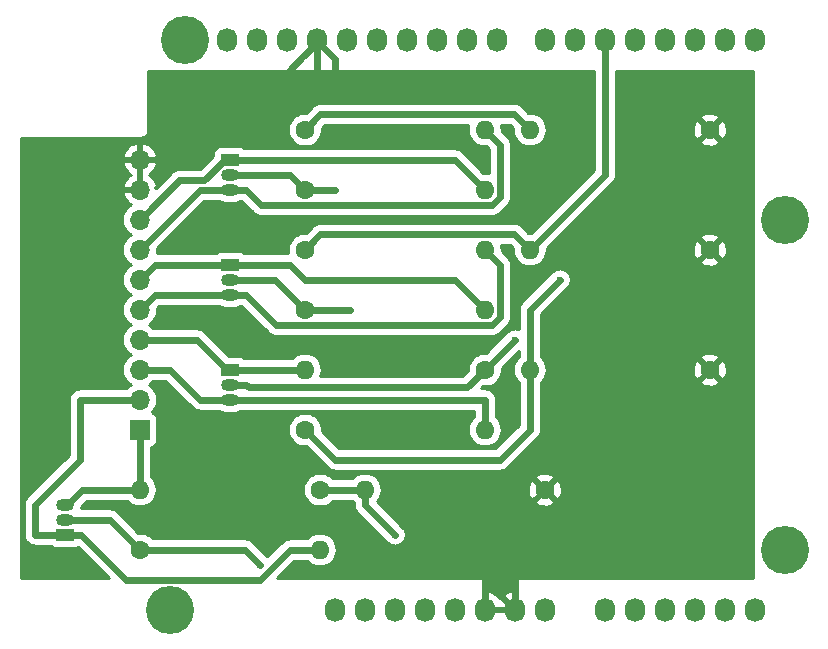
<source format=gbr>
G04 #@! TF.GenerationSoftware,KiCad,Pcbnew,(5.1.2)-1*
G04 #@! TF.CreationDate,2019-05-26T20:18:29+06:00*
G04 #@! TF.ProjectId,HeadcrabShield,48656164-6372-4616-9253-6869656c642e,rev?*
G04 #@! TF.SameCoordinates,Original*
G04 #@! TF.FileFunction,Copper,L1,Top*
G04 #@! TF.FilePolarity,Positive*
%FSLAX46Y46*%
G04 Gerber Fmt 4.6, Leading zero omitted, Abs format (unit mm)*
G04 Created by KiCad (PCBNEW (5.1.2)-1) date 2019-05-26 20:18:29*
%MOMM*%
%LPD*%
G04 APERTURE LIST*
%ADD10O,1.700000X1.700000*%
%ADD11R,1.700000X1.700000*%
%ADD12O,1.600000X1.600000*%
%ADD13C,1.600000*%
%ADD14R,1.500000X1.050000*%
%ADD15O,1.500000X1.050000*%
%ADD16O,1.727200X2.032000*%
%ADD17C,4.064000*%
%ADD18C,0.600000*%
%ADD19C,0.600000*%
%ADD20C,0.254000*%
G04 APERTURE END LIST*
D10*
X122428000Y-85725000D03*
X122428000Y-88265000D03*
X122428000Y-90805000D03*
X122428000Y-93345000D03*
X122428000Y-95885000D03*
X122428000Y-98425000D03*
X122428000Y-100965000D03*
X122428000Y-103505000D03*
X122428000Y-106045000D03*
D11*
X122428000Y-108585000D03*
D12*
X155448000Y-83185000D03*
D13*
X170688000Y-83185000D03*
D12*
X155448000Y-93345000D03*
D13*
X170688000Y-93345000D03*
D12*
X151638000Y-83185000D03*
D13*
X136398000Y-83185000D03*
D12*
X151638000Y-93345000D03*
D13*
X136398000Y-93345000D03*
D12*
X151638000Y-88265000D03*
D13*
X136398000Y-88265000D03*
D12*
X151638000Y-98425000D03*
D13*
X136398000Y-98425000D03*
D12*
X155448000Y-103505000D03*
D13*
X170688000Y-103505000D03*
D12*
X151638000Y-108585000D03*
D13*
X136398000Y-108585000D03*
D12*
X136398000Y-103505000D03*
D13*
X151638000Y-103505000D03*
D12*
X141478000Y-113665000D03*
D13*
X156718000Y-113665000D03*
D12*
X122428000Y-113665000D03*
D13*
X137668000Y-113665000D03*
D12*
X137668000Y-118745000D03*
D13*
X122428000Y-118745000D03*
D14*
X130048000Y-85725000D03*
D15*
X130048000Y-88265000D03*
X130048000Y-86995000D03*
D14*
X130048000Y-94615000D03*
D15*
X130048000Y-97155000D03*
X130048000Y-95885000D03*
D14*
X130048000Y-103505000D03*
D15*
X130048000Y-106045000D03*
X130048000Y-104775000D03*
D14*
X116078000Y-117475000D03*
D15*
X116078000Y-114935000D03*
X116078000Y-116205000D03*
D16*
X138938000Y-123825000D03*
X141478000Y-123825000D03*
X144018000Y-123825000D03*
X146558000Y-123825000D03*
X149098000Y-123825000D03*
X151638000Y-123825000D03*
X154178000Y-123825000D03*
X156718000Y-123825000D03*
X161798000Y-123825000D03*
X164338000Y-123825000D03*
X166878000Y-123825000D03*
X169418000Y-123825000D03*
X171958000Y-123825000D03*
X174498000Y-123825000D03*
X129794000Y-75565000D03*
X132334000Y-75565000D03*
X134874000Y-75565000D03*
X137414000Y-75565000D03*
X139954000Y-75565000D03*
X142494000Y-75565000D03*
X145034000Y-75565000D03*
X147574000Y-75565000D03*
X150114000Y-75565000D03*
X152654000Y-75565000D03*
X156718000Y-75565000D03*
X159258000Y-75565000D03*
X161798000Y-75565000D03*
X164338000Y-75565000D03*
X166878000Y-75565000D03*
X169418000Y-75565000D03*
X171958000Y-75565000D03*
X174498000Y-75565000D03*
D17*
X124968000Y-123825000D03*
X177038000Y-118745000D03*
X126238000Y-75565000D03*
X177038000Y-90805000D03*
D18*
X138938000Y-88265000D03*
X157988000Y-95885000D03*
X140208000Y-98425000D03*
X132618001Y-120045001D03*
X154178000Y-100965000D03*
X144018000Y-117475000D03*
D19*
X137414000Y-75717400D02*
X137414000Y-75565000D01*
X137414000Y-75565000D02*
X137414000Y-77181000D01*
X137414000Y-78359000D02*
X137414000Y-77181000D01*
X136398000Y-79375000D02*
X137414000Y-78359000D01*
X137414000Y-75717400D02*
X138938000Y-77241400D01*
X138938000Y-77241400D02*
X138938000Y-78105000D01*
X138938000Y-78105000D02*
X138938000Y-79375000D01*
X137414000Y-75565000D02*
X137414000Y-75819000D01*
X137414000Y-75819000D02*
X136151990Y-77081010D01*
X136151990Y-77081010D02*
X135128000Y-78105000D01*
X135128000Y-78105000D02*
X135128000Y-79375000D01*
X135128000Y-79375000D02*
X136398000Y-79375000D01*
X151638000Y-123825000D02*
X151638000Y-121285000D01*
X151638000Y-121285000D02*
X154178000Y-123825000D01*
X154178000Y-123825000D02*
X154178000Y-121285000D01*
X135128000Y-86995000D02*
X130048000Y-86995000D01*
X136398000Y-88265000D02*
X135128000Y-86995000D01*
X136398000Y-88265000D02*
X138938000Y-88265000D01*
X138938000Y-88265000D02*
X138938000Y-88265000D01*
X155448000Y-103505000D02*
X155448000Y-108585000D01*
X155448000Y-108585000D02*
X152908000Y-111125000D01*
X138938000Y-111125000D02*
X136398000Y-108585000D01*
X152908000Y-111125000D02*
X138938000Y-111125000D01*
X155448000Y-103505000D02*
X155448000Y-98425000D01*
X155448000Y-98425000D02*
X157988000Y-95885000D01*
X133858000Y-95885000D02*
X136398000Y-98425000D01*
X130048000Y-95885000D02*
X133858000Y-95885000D01*
X136398000Y-98425000D02*
X140208000Y-98425000D01*
X119888000Y-116205000D02*
X122428000Y-118745000D01*
X116078000Y-116205000D02*
X119888000Y-116205000D01*
X122428000Y-118745000D02*
X131318000Y-118745000D01*
X131318000Y-118745000D02*
X132588000Y-120015000D01*
X131398000Y-104775000D02*
X130048000Y-104775000D01*
X131642990Y-105019990D02*
X131398000Y-104775000D01*
X150123010Y-105019990D02*
X131642990Y-105019990D01*
X151638000Y-103505000D02*
X150123010Y-105019990D01*
X151638000Y-103505000D02*
X154178000Y-100965000D01*
X137197999Y-92545001D02*
X136398000Y-93345000D01*
X137698001Y-92044999D02*
X137197999Y-92545001D01*
X154147999Y-92044999D02*
X137698001Y-92044999D01*
X155448000Y-93345000D02*
X154147999Y-92044999D01*
X161798000Y-86995000D02*
X161798000Y-75565000D01*
X155448000Y-93345000D02*
X161798000Y-86995000D01*
X137668000Y-113665000D02*
X141478000Y-113665000D01*
X141478000Y-113665000D02*
X141478000Y-114935000D01*
X141478000Y-114935000D02*
X144018000Y-117475000D01*
X117428000Y-117475000D02*
X116078000Y-117475000D01*
X121245999Y-121292999D02*
X117428000Y-117475000D01*
X132580001Y-121292999D02*
X121245999Y-121292999D01*
X135128000Y-118745000D02*
X132580001Y-121292999D01*
X137668000Y-118745000D02*
X135128000Y-118745000D01*
X117348000Y-106045000D02*
X122428000Y-106045000D01*
X117348000Y-111125000D02*
X117348000Y-106045000D01*
X113538000Y-114935000D02*
X117348000Y-111125000D01*
X116078000Y-117475000D02*
X113538000Y-117475000D01*
X113538000Y-117475000D02*
X113538000Y-114935000D01*
X116303000Y-114935000D02*
X117573000Y-113665000D01*
X116078000Y-114935000D02*
X116303000Y-114935000D01*
X117573000Y-113665000D02*
X122428000Y-113665000D01*
X122428000Y-113665000D02*
X122428000Y-108585000D01*
X123698000Y-94615000D02*
X122428000Y-95885000D01*
X130048000Y-94615000D02*
X123698000Y-94615000D01*
X149098000Y-95885000D02*
X151638000Y-98425000D01*
X136398000Y-95885000D02*
X149098000Y-95885000D01*
X130048000Y-94615000D02*
X135128000Y-94615000D01*
X135128000Y-94615000D02*
X136398000Y-95885000D01*
X123698000Y-97155000D02*
X122428000Y-98425000D01*
X130048000Y-97155000D02*
X123698000Y-97155000D01*
X131398000Y-97155000D02*
X130048000Y-97155000D01*
X133968001Y-99725001D02*
X131398000Y-97155000D01*
X152262001Y-99725001D02*
X133968001Y-99725001D01*
X152938001Y-99049001D02*
X152262001Y-99725001D01*
X152938001Y-94645001D02*
X152938001Y-99049001D01*
X151638000Y-93345000D02*
X152938001Y-94645001D01*
X129823000Y-103505000D02*
X127283000Y-100965000D01*
X130048000Y-103505000D02*
X129823000Y-103505000D01*
X127283000Y-100965000D02*
X122428000Y-100965000D01*
X130273000Y-103505000D02*
X136398000Y-103505000D01*
X130048000Y-103505000D02*
X130273000Y-103505000D01*
X130048000Y-106045000D02*
X127508000Y-106045000D01*
X124968000Y-103505000D02*
X122428000Y-103505000D01*
X127508000Y-106045000D02*
X124968000Y-103505000D01*
X130048000Y-106045000D02*
X151638000Y-106045000D01*
X151638000Y-106045000D02*
X151638000Y-108585000D01*
X123277999Y-89955001D02*
X122428000Y-90805000D01*
X125768010Y-87464990D02*
X123277999Y-89955001D01*
X127903427Y-87464990D02*
X125768010Y-87464990D01*
X129643417Y-85725000D02*
X127903427Y-87464990D01*
X130048000Y-85725000D02*
X129643417Y-85725000D01*
X149098000Y-85725000D02*
X151638000Y-88265000D01*
X130048000Y-85725000D02*
X149098000Y-85725000D01*
X127508000Y-88265000D02*
X122428000Y-93345000D01*
X130048000Y-88265000D02*
X127508000Y-88265000D01*
X152437999Y-83984999D02*
X151638000Y-83185000D01*
X152938001Y-84485001D02*
X152437999Y-83984999D01*
X152938001Y-88889001D02*
X152938001Y-84485001D01*
X152262001Y-89565001D02*
X152938001Y-88889001D01*
X132698001Y-89565001D02*
X152262001Y-89565001D01*
X131398000Y-88265000D02*
X132698001Y-89565001D01*
X130048000Y-88265000D02*
X131398000Y-88265000D01*
X137197999Y-82385001D02*
X136398000Y-83185000D01*
X137698001Y-81884999D02*
X137197999Y-82385001D01*
X154147999Y-81884999D02*
X137698001Y-81884999D01*
X155448000Y-83185000D02*
X154147999Y-81884999D01*
D20*
G36*
X160863000Y-86607710D02*
G01*
X155556925Y-91913785D01*
X155518492Y-91910000D01*
X155377508Y-91910000D01*
X155339075Y-91913785D01*
X154841629Y-91416340D01*
X154812343Y-91380655D01*
X154669971Y-91263813D01*
X154507539Y-91176992D01*
X154331291Y-91123528D01*
X154193931Y-91109999D01*
X154147999Y-91105475D01*
X154102067Y-91109999D01*
X137743936Y-91109999D01*
X137698001Y-91105475D01*
X137514709Y-91123527D01*
X137338460Y-91176992D01*
X137296498Y-91199422D01*
X137176029Y-91263813D01*
X137033657Y-91380655D01*
X137004367Y-91416345D01*
X136569338Y-91851373D01*
X136569332Y-91851378D01*
X136510710Y-91910000D01*
X136256665Y-91910000D01*
X135979426Y-91965147D01*
X135718273Y-92073320D01*
X135483241Y-92230363D01*
X135283363Y-92430241D01*
X135126320Y-92665273D01*
X135018147Y-92926426D01*
X134963000Y-93203665D01*
X134963000Y-93486335D01*
X135001523Y-93680000D01*
X131282985Y-93680000D01*
X131249185Y-93638815D01*
X131152494Y-93559463D01*
X131042180Y-93500498D01*
X130922482Y-93464188D01*
X130798000Y-93451928D01*
X129298000Y-93451928D01*
X129173518Y-93464188D01*
X129053820Y-93500498D01*
X128943506Y-93559463D01*
X128846815Y-93638815D01*
X128813015Y-93680000D01*
X123878199Y-93680000D01*
X123891513Y-93636111D01*
X123920185Y-93345000D01*
X123904952Y-93190337D01*
X127895289Y-89200000D01*
X129133784Y-89200000D01*
X129175421Y-89234171D01*
X129376940Y-89341885D01*
X129595600Y-89408215D01*
X129766021Y-89425000D01*
X130329979Y-89425000D01*
X130500400Y-89408215D01*
X130719060Y-89341885D01*
X130920579Y-89234171D01*
X130962216Y-89200000D01*
X131010711Y-89200000D01*
X132004375Y-90193665D01*
X132033657Y-90229345D01*
X132176029Y-90346187D01*
X132338461Y-90433008D01*
X132461244Y-90470254D01*
X132514708Y-90486472D01*
X132698000Y-90504525D01*
X132743932Y-90500001D01*
X152216069Y-90500001D01*
X152262001Y-90504525D01*
X152307933Y-90500001D01*
X152445293Y-90486472D01*
X152621541Y-90433008D01*
X152783973Y-90346187D01*
X152926345Y-90229345D01*
X152955631Y-90193660D01*
X153566666Y-89582626D01*
X153602345Y-89553345D01*
X153719187Y-89410973D01*
X153806008Y-89248541D01*
X153859472Y-89072293D01*
X153862043Y-89046186D01*
X153877525Y-88889002D01*
X153873001Y-88843070D01*
X153873001Y-84530936D01*
X153877525Y-84485001D01*
X153859473Y-84301709D01*
X153806008Y-84125460D01*
X153767280Y-84053006D01*
X153719187Y-83963029D01*
X153602345Y-83820657D01*
X153566655Y-83791367D01*
X153131627Y-83356338D01*
X153131622Y-83356332D01*
X153069215Y-83293925D01*
X153079943Y-83185000D01*
X153052236Y-82903691D01*
X153026849Y-82819999D01*
X153760710Y-82819999D01*
X154016785Y-83076075D01*
X154006057Y-83185000D01*
X154033764Y-83466309D01*
X154115818Y-83736808D01*
X154249068Y-83986101D01*
X154428392Y-84204608D01*
X154646899Y-84383932D01*
X154896192Y-84517182D01*
X155166691Y-84599236D01*
X155377508Y-84620000D01*
X155518492Y-84620000D01*
X155729309Y-84599236D01*
X155999808Y-84517182D01*
X156249101Y-84383932D01*
X156467608Y-84204608D01*
X156646932Y-83986101D01*
X156780182Y-83736808D01*
X156862236Y-83466309D01*
X156889943Y-83185000D01*
X156862236Y-82903691D01*
X156780182Y-82633192D01*
X156646932Y-82383899D01*
X156467608Y-82165392D01*
X156249101Y-81986068D01*
X155999808Y-81852818D01*
X155729309Y-81770764D01*
X155518492Y-81750000D01*
X155377508Y-81750000D01*
X155339075Y-81753785D01*
X154841629Y-81256340D01*
X154812343Y-81220655D01*
X154669971Y-81103813D01*
X154507539Y-81016992D01*
X154331291Y-80963528D01*
X154193931Y-80949999D01*
X154147999Y-80945475D01*
X154102067Y-80949999D01*
X137743936Y-80949999D01*
X137698001Y-80945475D01*
X137514709Y-80963527D01*
X137338460Y-81016992D01*
X137296498Y-81039422D01*
X137176029Y-81103813D01*
X137033657Y-81220655D01*
X137004367Y-81256345D01*
X136569338Y-81691373D01*
X136569332Y-81691378D01*
X136510710Y-81750000D01*
X136256665Y-81750000D01*
X135979426Y-81805147D01*
X135718273Y-81913320D01*
X135483241Y-82070363D01*
X135283363Y-82270241D01*
X135126320Y-82505273D01*
X135018147Y-82766426D01*
X134963000Y-83043665D01*
X134963000Y-83326335D01*
X135018147Y-83603574D01*
X135126320Y-83864727D01*
X135283363Y-84099759D01*
X135483241Y-84299637D01*
X135718273Y-84456680D01*
X135979426Y-84564853D01*
X136256665Y-84620000D01*
X136539335Y-84620000D01*
X136816574Y-84564853D01*
X137077727Y-84456680D01*
X137312759Y-84299637D01*
X137512637Y-84099759D01*
X137669680Y-83864727D01*
X137777853Y-83603574D01*
X137833000Y-83326335D01*
X137833000Y-83072290D01*
X137891622Y-83013668D01*
X137891627Y-83013662D01*
X138085290Y-82819999D01*
X150249151Y-82819999D01*
X150223764Y-82903691D01*
X150196057Y-83185000D01*
X150223764Y-83466309D01*
X150305818Y-83736808D01*
X150439068Y-83986101D01*
X150618392Y-84204608D01*
X150836899Y-84383932D01*
X151086192Y-84517182D01*
X151356691Y-84599236D01*
X151567508Y-84620000D01*
X151708492Y-84620000D01*
X151746925Y-84616215D01*
X151809332Y-84678622D01*
X151809338Y-84678627D01*
X152003002Y-84872290D01*
X152003001Y-86876152D01*
X151919309Y-86850764D01*
X151708492Y-86830000D01*
X151567508Y-86830000D01*
X151529075Y-86833785D01*
X149791630Y-85096341D01*
X149762344Y-85060656D01*
X149619972Y-84943814D01*
X149457540Y-84856993D01*
X149281292Y-84803529D01*
X149143932Y-84790000D01*
X149098000Y-84785476D01*
X149052068Y-84790000D01*
X131282985Y-84790000D01*
X131249185Y-84748815D01*
X131152494Y-84669463D01*
X131042180Y-84610498D01*
X130922482Y-84574188D01*
X130798000Y-84561928D01*
X129298000Y-84561928D01*
X129173518Y-84574188D01*
X129053820Y-84610498D01*
X128943506Y-84669463D01*
X128846815Y-84748815D01*
X128767463Y-84845506D01*
X128708498Y-84955820D01*
X128672188Y-85075518D01*
X128659928Y-85200000D01*
X128659928Y-85386199D01*
X127516138Y-86529990D01*
X125813941Y-86529990D01*
X125768009Y-86525466D01*
X125584717Y-86543519D01*
X125566847Y-86548940D01*
X125408470Y-86596983D01*
X125246038Y-86683804D01*
X125103666Y-86800646D01*
X125074386Y-86836324D01*
X123772713Y-88137998D01*
X123748156Y-88137998D01*
X123869476Y-87908110D01*
X123824825Y-87760901D01*
X123699641Y-87498080D01*
X123525588Y-87264731D01*
X123309355Y-87069822D01*
X123183745Y-86995000D01*
X123309355Y-86920178D01*
X123525588Y-86725269D01*
X123699641Y-86491920D01*
X123824825Y-86229099D01*
X123869476Y-86081890D01*
X123748155Y-85852000D01*
X122555000Y-85852000D01*
X122555000Y-88138000D01*
X122575000Y-88138000D01*
X122575000Y-88392000D01*
X122555000Y-88392000D01*
X122555000Y-88412000D01*
X122301000Y-88412000D01*
X122301000Y-88392000D01*
X121107845Y-88392000D01*
X120986524Y-88621890D01*
X121031175Y-88769099D01*
X121156359Y-89031920D01*
X121330412Y-89265269D01*
X121546645Y-89460178D01*
X121663523Y-89529799D01*
X121598986Y-89564294D01*
X121372866Y-89749866D01*
X121187294Y-89975986D01*
X121049401Y-90233966D01*
X120964487Y-90513889D01*
X120935815Y-90805000D01*
X120964487Y-91096111D01*
X121049401Y-91376034D01*
X121187294Y-91634014D01*
X121372866Y-91860134D01*
X121598986Y-92045706D01*
X121653791Y-92075000D01*
X121598986Y-92104294D01*
X121372866Y-92289866D01*
X121187294Y-92515986D01*
X121049401Y-92773966D01*
X120964487Y-93053889D01*
X120935815Y-93345000D01*
X120964487Y-93636111D01*
X121049401Y-93916034D01*
X121187294Y-94174014D01*
X121372866Y-94400134D01*
X121598986Y-94585706D01*
X121653791Y-94615000D01*
X121598986Y-94644294D01*
X121372866Y-94829866D01*
X121187294Y-95055986D01*
X121049401Y-95313966D01*
X120964487Y-95593889D01*
X120935815Y-95885000D01*
X120964487Y-96176111D01*
X121049401Y-96456034D01*
X121187294Y-96714014D01*
X121372866Y-96940134D01*
X121598986Y-97125706D01*
X121653791Y-97155000D01*
X121598986Y-97184294D01*
X121372866Y-97369866D01*
X121187294Y-97595986D01*
X121049401Y-97853966D01*
X120964487Y-98133889D01*
X120935815Y-98425000D01*
X120964487Y-98716111D01*
X121049401Y-98996034D01*
X121187294Y-99254014D01*
X121372866Y-99480134D01*
X121598986Y-99665706D01*
X121653791Y-99695000D01*
X121598986Y-99724294D01*
X121372866Y-99909866D01*
X121187294Y-100135986D01*
X121049401Y-100393966D01*
X120964487Y-100673889D01*
X120935815Y-100965000D01*
X120964487Y-101256111D01*
X121049401Y-101536034D01*
X121187294Y-101794014D01*
X121372866Y-102020134D01*
X121598986Y-102205706D01*
X121653791Y-102235000D01*
X121598986Y-102264294D01*
X121372866Y-102449866D01*
X121187294Y-102675986D01*
X121049401Y-102933966D01*
X120964487Y-103213889D01*
X120935815Y-103505000D01*
X120964487Y-103796111D01*
X121049401Y-104076034D01*
X121187294Y-104334014D01*
X121372866Y-104560134D01*
X121598986Y-104745706D01*
X121653791Y-104775000D01*
X121598986Y-104804294D01*
X121372866Y-104989866D01*
X121274275Y-105110000D01*
X117393932Y-105110000D01*
X117348000Y-105105476D01*
X117302068Y-105110000D01*
X117164708Y-105123529D01*
X116988460Y-105176993D01*
X116826028Y-105263814D01*
X116683656Y-105380656D01*
X116566814Y-105523028D01*
X116479993Y-105685460D01*
X116426529Y-105861708D01*
X116408476Y-106045000D01*
X116413001Y-106090942D01*
X116413000Y-110737711D01*
X112909336Y-114241375D01*
X112873657Y-114270656D01*
X112756815Y-114413028D01*
X112669994Y-114575460D01*
X112616529Y-114751709D01*
X112598476Y-114935000D01*
X112603001Y-114980942D01*
X112603000Y-117429068D01*
X112598476Y-117475000D01*
X112616529Y-117658292D01*
X112669993Y-117834540D01*
X112756814Y-117996972D01*
X112825492Y-118080656D01*
X112873656Y-118139344D01*
X113016028Y-118256186D01*
X113178460Y-118343007D01*
X113354708Y-118396471D01*
X113538000Y-118414524D01*
X113583932Y-118410000D01*
X114843015Y-118410000D01*
X114876815Y-118451185D01*
X114973506Y-118530537D01*
X115083820Y-118589502D01*
X115203518Y-118625812D01*
X115328000Y-118638072D01*
X116828000Y-118638072D01*
X116952482Y-118625812D01*
X117072180Y-118589502D01*
X117168649Y-118537938D01*
X119788711Y-121158000D01*
X112395000Y-121158000D01*
X112395000Y-86081890D01*
X120986524Y-86081890D01*
X121031175Y-86229099D01*
X121156359Y-86491920D01*
X121330412Y-86725269D01*
X121546645Y-86920178D01*
X121672255Y-86995000D01*
X121546645Y-87069822D01*
X121330412Y-87264731D01*
X121156359Y-87498080D01*
X121031175Y-87760901D01*
X120986524Y-87908110D01*
X121107845Y-88138000D01*
X122301000Y-88138000D01*
X122301000Y-85852000D01*
X121107845Y-85852000D01*
X120986524Y-86081890D01*
X112395000Y-86081890D01*
X112395000Y-85368110D01*
X120986524Y-85368110D01*
X121107845Y-85598000D01*
X122301000Y-85598000D01*
X122301000Y-84404186D01*
X122555000Y-84404186D01*
X122555000Y-85598000D01*
X123748155Y-85598000D01*
X123869476Y-85368110D01*
X123824825Y-85220901D01*
X123699641Y-84958080D01*
X123525588Y-84724731D01*
X123309355Y-84529822D01*
X123059252Y-84380843D01*
X122784891Y-84283519D01*
X122555000Y-84404186D01*
X122301000Y-84404186D01*
X122071109Y-84283519D01*
X121796748Y-84380843D01*
X121546645Y-84529822D01*
X121330412Y-84724731D01*
X121156359Y-84958080D01*
X121031175Y-85220901D01*
X120986524Y-85368110D01*
X112395000Y-85368110D01*
X112395000Y-83895000D01*
X122393123Y-83895000D01*
X122428000Y-83898435D01*
X122462877Y-83895000D01*
X122567184Y-83884727D01*
X122701020Y-83844128D01*
X122824363Y-83778200D01*
X122932475Y-83689475D01*
X123021200Y-83581363D01*
X123087128Y-83458020D01*
X123127727Y-83324184D01*
X123141435Y-83185000D01*
X123138000Y-83150123D01*
X123138000Y-78232000D01*
X160863001Y-78232000D01*
X160863000Y-86607710D01*
X160863000Y-86607710D01*
G37*
X160863000Y-86607710D02*
X155556925Y-91913785D01*
X155518492Y-91910000D01*
X155377508Y-91910000D01*
X155339075Y-91913785D01*
X154841629Y-91416340D01*
X154812343Y-91380655D01*
X154669971Y-91263813D01*
X154507539Y-91176992D01*
X154331291Y-91123528D01*
X154193931Y-91109999D01*
X154147999Y-91105475D01*
X154102067Y-91109999D01*
X137743936Y-91109999D01*
X137698001Y-91105475D01*
X137514709Y-91123527D01*
X137338460Y-91176992D01*
X137296498Y-91199422D01*
X137176029Y-91263813D01*
X137033657Y-91380655D01*
X137004367Y-91416345D01*
X136569338Y-91851373D01*
X136569332Y-91851378D01*
X136510710Y-91910000D01*
X136256665Y-91910000D01*
X135979426Y-91965147D01*
X135718273Y-92073320D01*
X135483241Y-92230363D01*
X135283363Y-92430241D01*
X135126320Y-92665273D01*
X135018147Y-92926426D01*
X134963000Y-93203665D01*
X134963000Y-93486335D01*
X135001523Y-93680000D01*
X131282985Y-93680000D01*
X131249185Y-93638815D01*
X131152494Y-93559463D01*
X131042180Y-93500498D01*
X130922482Y-93464188D01*
X130798000Y-93451928D01*
X129298000Y-93451928D01*
X129173518Y-93464188D01*
X129053820Y-93500498D01*
X128943506Y-93559463D01*
X128846815Y-93638815D01*
X128813015Y-93680000D01*
X123878199Y-93680000D01*
X123891513Y-93636111D01*
X123920185Y-93345000D01*
X123904952Y-93190337D01*
X127895289Y-89200000D01*
X129133784Y-89200000D01*
X129175421Y-89234171D01*
X129376940Y-89341885D01*
X129595600Y-89408215D01*
X129766021Y-89425000D01*
X130329979Y-89425000D01*
X130500400Y-89408215D01*
X130719060Y-89341885D01*
X130920579Y-89234171D01*
X130962216Y-89200000D01*
X131010711Y-89200000D01*
X132004375Y-90193665D01*
X132033657Y-90229345D01*
X132176029Y-90346187D01*
X132338461Y-90433008D01*
X132461244Y-90470254D01*
X132514708Y-90486472D01*
X132698000Y-90504525D01*
X132743932Y-90500001D01*
X152216069Y-90500001D01*
X152262001Y-90504525D01*
X152307933Y-90500001D01*
X152445293Y-90486472D01*
X152621541Y-90433008D01*
X152783973Y-90346187D01*
X152926345Y-90229345D01*
X152955631Y-90193660D01*
X153566666Y-89582626D01*
X153602345Y-89553345D01*
X153719187Y-89410973D01*
X153806008Y-89248541D01*
X153859472Y-89072293D01*
X153862043Y-89046186D01*
X153877525Y-88889002D01*
X153873001Y-88843070D01*
X153873001Y-84530936D01*
X153877525Y-84485001D01*
X153859473Y-84301709D01*
X153806008Y-84125460D01*
X153767280Y-84053006D01*
X153719187Y-83963029D01*
X153602345Y-83820657D01*
X153566655Y-83791367D01*
X153131627Y-83356338D01*
X153131622Y-83356332D01*
X153069215Y-83293925D01*
X153079943Y-83185000D01*
X153052236Y-82903691D01*
X153026849Y-82819999D01*
X153760710Y-82819999D01*
X154016785Y-83076075D01*
X154006057Y-83185000D01*
X154033764Y-83466309D01*
X154115818Y-83736808D01*
X154249068Y-83986101D01*
X154428392Y-84204608D01*
X154646899Y-84383932D01*
X154896192Y-84517182D01*
X155166691Y-84599236D01*
X155377508Y-84620000D01*
X155518492Y-84620000D01*
X155729309Y-84599236D01*
X155999808Y-84517182D01*
X156249101Y-84383932D01*
X156467608Y-84204608D01*
X156646932Y-83986101D01*
X156780182Y-83736808D01*
X156862236Y-83466309D01*
X156889943Y-83185000D01*
X156862236Y-82903691D01*
X156780182Y-82633192D01*
X156646932Y-82383899D01*
X156467608Y-82165392D01*
X156249101Y-81986068D01*
X155999808Y-81852818D01*
X155729309Y-81770764D01*
X155518492Y-81750000D01*
X155377508Y-81750000D01*
X155339075Y-81753785D01*
X154841629Y-81256340D01*
X154812343Y-81220655D01*
X154669971Y-81103813D01*
X154507539Y-81016992D01*
X154331291Y-80963528D01*
X154193931Y-80949999D01*
X154147999Y-80945475D01*
X154102067Y-80949999D01*
X137743936Y-80949999D01*
X137698001Y-80945475D01*
X137514709Y-80963527D01*
X137338460Y-81016992D01*
X137296498Y-81039422D01*
X137176029Y-81103813D01*
X137033657Y-81220655D01*
X137004367Y-81256345D01*
X136569338Y-81691373D01*
X136569332Y-81691378D01*
X136510710Y-81750000D01*
X136256665Y-81750000D01*
X135979426Y-81805147D01*
X135718273Y-81913320D01*
X135483241Y-82070363D01*
X135283363Y-82270241D01*
X135126320Y-82505273D01*
X135018147Y-82766426D01*
X134963000Y-83043665D01*
X134963000Y-83326335D01*
X135018147Y-83603574D01*
X135126320Y-83864727D01*
X135283363Y-84099759D01*
X135483241Y-84299637D01*
X135718273Y-84456680D01*
X135979426Y-84564853D01*
X136256665Y-84620000D01*
X136539335Y-84620000D01*
X136816574Y-84564853D01*
X137077727Y-84456680D01*
X137312759Y-84299637D01*
X137512637Y-84099759D01*
X137669680Y-83864727D01*
X137777853Y-83603574D01*
X137833000Y-83326335D01*
X137833000Y-83072290D01*
X137891622Y-83013668D01*
X137891627Y-83013662D01*
X138085290Y-82819999D01*
X150249151Y-82819999D01*
X150223764Y-82903691D01*
X150196057Y-83185000D01*
X150223764Y-83466309D01*
X150305818Y-83736808D01*
X150439068Y-83986101D01*
X150618392Y-84204608D01*
X150836899Y-84383932D01*
X151086192Y-84517182D01*
X151356691Y-84599236D01*
X151567508Y-84620000D01*
X151708492Y-84620000D01*
X151746925Y-84616215D01*
X151809332Y-84678622D01*
X151809338Y-84678627D01*
X152003002Y-84872290D01*
X152003001Y-86876152D01*
X151919309Y-86850764D01*
X151708492Y-86830000D01*
X151567508Y-86830000D01*
X151529075Y-86833785D01*
X149791630Y-85096341D01*
X149762344Y-85060656D01*
X149619972Y-84943814D01*
X149457540Y-84856993D01*
X149281292Y-84803529D01*
X149143932Y-84790000D01*
X149098000Y-84785476D01*
X149052068Y-84790000D01*
X131282985Y-84790000D01*
X131249185Y-84748815D01*
X131152494Y-84669463D01*
X131042180Y-84610498D01*
X130922482Y-84574188D01*
X130798000Y-84561928D01*
X129298000Y-84561928D01*
X129173518Y-84574188D01*
X129053820Y-84610498D01*
X128943506Y-84669463D01*
X128846815Y-84748815D01*
X128767463Y-84845506D01*
X128708498Y-84955820D01*
X128672188Y-85075518D01*
X128659928Y-85200000D01*
X128659928Y-85386199D01*
X127516138Y-86529990D01*
X125813941Y-86529990D01*
X125768009Y-86525466D01*
X125584717Y-86543519D01*
X125566847Y-86548940D01*
X125408470Y-86596983D01*
X125246038Y-86683804D01*
X125103666Y-86800646D01*
X125074386Y-86836324D01*
X123772713Y-88137998D01*
X123748156Y-88137998D01*
X123869476Y-87908110D01*
X123824825Y-87760901D01*
X123699641Y-87498080D01*
X123525588Y-87264731D01*
X123309355Y-87069822D01*
X123183745Y-86995000D01*
X123309355Y-86920178D01*
X123525588Y-86725269D01*
X123699641Y-86491920D01*
X123824825Y-86229099D01*
X123869476Y-86081890D01*
X123748155Y-85852000D01*
X122555000Y-85852000D01*
X122555000Y-88138000D01*
X122575000Y-88138000D01*
X122575000Y-88392000D01*
X122555000Y-88392000D01*
X122555000Y-88412000D01*
X122301000Y-88412000D01*
X122301000Y-88392000D01*
X121107845Y-88392000D01*
X120986524Y-88621890D01*
X121031175Y-88769099D01*
X121156359Y-89031920D01*
X121330412Y-89265269D01*
X121546645Y-89460178D01*
X121663523Y-89529799D01*
X121598986Y-89564294D01*
X121372866Y-89749866D01*
X121187294Y-89975986D01*
X121049401Y-90233966D01*
X120964487Y-90513889D01*
X120935815Y-90805000D01*
X120964487Y-91096111D01*
X121049401Y-91376034D01*
X121187294Y-91634014D01*
X121372866Y-91860134D01*
X121598986Y-92045706D01*
X121653791Y-92075000D01*
X121598986Y-92104294D01*
X121372866Y-92289866D01*
X121187294Y-92515986D01*
X121049401Y-92773966D01*
X120964487Y-93053889D01*
X120935815Y-93345000D01*
X120964487Y-93636111D01*
X121049401Y-93916034D01*
X121187294Y-94174014D01*
X121372866Y-94400134D01*
X121598986Y-94585706D01*
X121653791Y-94615000D01*
X121598986Y-94644294D01*
X121372866Y-94829866D01*
X121187294Y-95055986D01*
X121049401Y-95313966D01*
X120964487Y-95593889D01*
X120935815Y-95885000D01*
X120964487Y-96176111D01*
X121049401Y-96456034D01*
X121187294Y-96714014D01*
X121372866Y-96940134D01*
X121598986Y-97125706D01*
X121653791Y-97155000D01*
X121598986Y-97184294D01*
X121372866Y-97369866D01*
X121187294Y-97595986D01*
X121049401Y-97853966D01*
X120964487Y-98133889D01*
X120935815Y-98425000D01*
X120964487Y-98716111D01*
X121049401Y-98996034D01*
X121187294Y-99254014D01*
X121372866Y-99480134D01*
X121598986Y-99665706D01*
X121653791Y-99695000D01*
X121598986Y-99724294D01*
X121372866Y-99909866D01*
X121187294Y-100135986D01*
X121049401Y-100393966D01*
X120964487Y-100673889D01*
X120935815Y-100965000D01*
X120964487Y-101256111D01*
X121049401Y-101536034D01*
X121187294Y-101794014D01*
X121372866Y-102020134D01*
X121598986Y-102205706D01*
X121653791Y-102235000D01*
X121598986Y-102264294D01*
X121372866Y-102449866D01*
X121187294Y-102675986D01*
X121049401Y-102933966D01*
X120964487Y-103213889D01*
X120935815Y-103505000D01*
X120964487Y-103796111D01*
X121049401Y-104076034D01*
X121187294Y-104334014D01*
X121372866Y-104560134D01*
X121598986Y-104745706D01*
X121653791Y-104775000D01*
X121598986Y-104804294D01*
X121372866Y-104989866D01*
X121274275Y-105110000D01*
X117393932Y-105110000D01*
X117348000Y-105105476D01*
X117302068Y-105110000D01*
X117164708Y-105123529D01*
X116988460Y-105176993D01*
X116826028Y-105263814D01*
X116683656Y-105380656D01*
X116566814Y-105523028D01*
X116479993Y-105685460D01*
X116426529Y-105861708D01*
X116408476Y-106045000D01*
X116413001Y-106090942D01*
X116413000Y-110737711D01*
X112909336Y-114241375D01*
X112873657Y-114270656D01*
X112756815Y-114413028D01*
X112669994Y-114575460D01*
X112616529Y-114751709D01*
X112598476Y-114935000D01*
X112603001Y-114980942D01*
X112603000Y-117429068D01*
X112598476Y-117475000D01*
X112616529Y-117658292D01*
X112669993Y-117834540D01*
X112756814Y-117996972D01*
X112825492Y-118080656D01*
X112873656Y-118139344D01*
X113016028Y-118256186D01*
X113178460Y-118343007D01*
X113354708Y-118396471D01*
X113538000Y-118414524D01*
X113583932Y-118410000D01*
X114843015Y-118410000D01*
X114876815Y-118451185D01*
X114973506Y-118530537D01*
X115083820Y-118589502D01*
X115203518Y-118625812D01*
X115328000Y-118638072D01*
X116828000Y-118638072D01*
X116952482Y-118625812D01*
X117072180Y-118589502D01*
X117168649Y-118537938D01*
X119788711Y-121158000D01*
X112395000Y-121158000D01*
X112395000Y-86081890D01*
X120986524Y-86081890D01*
X121031175Y-86229099D01*
X121156359Y-86491920D01*
X121330412Y-86725269D01*
X121546645Y-86920178D01*
X121672255Y-86995000D01*
X121546645Y-87069822D01*
X121330412Y-87264731D01*
X121156359Y-87498080D01*
X121031175Y-87760901D01*
X120986524Y-87908110D01*
X121107845Y-88138000D01*
X122301000Y-88138000D01*
X122301000Y-85852000D01*
X121107845Y-85852000D01*
X120986524Y-86081890D01*
X112395000Y-86081890D01*
X112395000Y-85368110D01*
X120986524Y-85368110D01*
X121107845Y-85598000D01*
X122301000Y-85598000D01*
X122301000Y-84404186D01*
X122555000Y-84404186D01*
X122555000Y-85598000D01*
X123748155Y-85598000D01*
X123869476Y-85368110D01*
X123824825Y-85220901D01*
X123699641Y-84958080D01*
X123525588Y-84724731D01*
X123309355Y-84529822D01*
X123059252Y-84380843D01*
X122784891Y-84283519D01*
X122555000Y-84404186D01*
X122301000Y-84404186D01*
X122071109Y-84283519D01*
X121796748Y-84380843D01*
X121546645Y-84529822D01*
X121330412Y-84724731D01*
X121156359Y-84958080D01*
X121031175Y-85220901D01*
X120986524Y-85368110D01*
X112395000Y-85368110D01*
X112395000Y-83895000D01*
X122393123Y-83895000D01*
X122428000Y-83898435D01*
X122462877Y-83895000D01*
X122567184Y-83884727D01*
X122701020Y-83844128D01*
X122824363Y-83778200D01*
X122932475Y-83689475D01*
X123021200Y-83581363D01*
X123087128Y-83458020D01*
X123127727Y-83324184D01*
X123141435Y-83185000D01*
X123138000Y-83150123D01*
X123138000Y-78232000D01*
X160863001Y-78232000D01*
X160863000Y-86607710D01*
G36*
X174371000Y-121158000D02*
G01*
X134037289Y-121158000D01*
X135515289Y-119680000D01*
X136578956Y-119680000D01*
X136648392Y-119764608D01*
X136866899Y-119943932D01*
X137116192Y-120077182D01*
X137386691Y-120159236D01*
X137597508Y-120180000D01*
X137738492Y-120180000D01*
X137949309Y-120159236D01*
X138219808Y-120077182D01*
X138469101Y-119943932D01*
X138687608Y-119764608D01*
X138866932Y-119546101D01*
X139000182Y-119296808D01*
X139082236Y-119026309D01*
X139109943Y-118745000D01*
X139082236Y-118463691D01*
X139000182Y-118193192D01*
X138866932Y-117943899D01*
X138687608Y-117725392D01*
X138469101Y-117546068D01*
X138219808Y-117412818D01*
X137949309Y-117330764D01*
X137738492Y-117310000D01*
X137597508Y-117310000D01*
X137386691Y-117330764D01*
X137116192Y-117412818D01*
X136866899Y-117546068D01*
X136648392Y-117725392D01*
X136578956Y-117810000D01*
X135173935Y-117810000D01*
X135128000Y-117805476D01*
X134944708Y-117823528D01*
X134840828Y-117855041D01*
X134768460Y-117876993D01*
X134606028Y-117963814D01*
X134463656Y-118080656D01*
X134434370Y-118116341D01*
X133223001Y-119327711D01*
X133214029Y-119318739D01*
X132011630Y-118116341D01*
X131982344Y-118080656D01*
X131839972Y-117963814D01*
X131677540Y-117876993D01*
X131501292Y-117823529D01*
X131363932Y-117810000D01*
X131318000Y-117805476D01*
X131272068Y-117810000D01*
X123522396Y-117810000D01*
X123342759Y-117630363D01*
X123107727Y-117473320D01*
X122846574Y-117365147D01*
X122569335Y-117310000D01*
X122315290Y-117310000D01*
X120581630Y-115576341D01*
X120552344Y-115540656D01*
X120409972Y-115423814D01*
X120247540Y-115336993D01*
X120071292Y-115283529D01*
X119933932Y-115270000D01*
X119888000Y-115265476D01*
X119842068Y-115270000D01*
X117413575Y-115270000D01*
X117446215Y-115162400D01*
X117451495Y-115108795D01*
X117960290Y-114600000D01*
X121338956Y-114600000D01*
X121408392Y-114684608D01*
X121626899Y-114863932D01*
X121876192Y-114997182D01*
X122146691Y-115079236D01*
X122357508Y-115100000D01*
X122498492Y-115100000D01*
X122709309Y-115079236D01*
X122979808Y-114997182D01*
X123229101Y-114863932D01*
X123447608Y-114684608D01*
X123626932Y-114466101D01*
X123760182Y-114216808D01*
X123842236Y-113946309D01*
X123869943Y-113665000D01*
X123856023Y-113523665D01*
X136233000Y-113523665D01*
X136233000Y-113806335D01*
X136288147Y-114083574D01*
X136396320Y-114344727D01*
X136553363Y-114579759D01*
X136753241Y-114779637D01*
X136988273Y-114936680D01*
X137249426Y-115044853D01*
X137526665Y-115100000D01*
X137809335Y-115100000D01*
X138086574Y-115044853D01*
X138347727Y-114936680D01*
X138582759Y-114779637D01*
X138762396Y-114600000D01*
X140388956Y-114600000D01*
X140458392Y-114684608D01*
X140543001Y-114754045D01*
X140543001Y-114889059D01*
X140538476Y-114935000D01*
X140556529Y-115118291D01*
X140602550Y-115270000D01*
X140609994Y-115294540D01*
X140696815Y-115456972D01*
X140813657Y-115599344D01*
X140849336Y-115628625D01*
X143291738Y-118071028D01*
X143421972Y-118201262D01*
X143460352Y-118226907D01*
X143496028Y-118256185D01*
X143536730Y-118277940D01*
X143575111Y-118303586D01*
X143617757Y-118321251D01*
X143658459Y-118343006D01*
X143702627Y-118356404D01*
X143745271Y-118374068D01*
X143790538Y-118383072D01*
X143834707Y-118396471D01*
X143880639Y-118400995D01*
X143925911Y-118410000D01*
X143972074Y-118410000D01*
X144017999Y-118414523D01*
X144063924Y-118410000D01*
X144110089Y-118410000D01*
X144155363Y-118400994D01*
X144201291Y-118396471D01*
X144245457Y-118383073D01*
X144290729Y-118374068D01*
X144333377Y-118356403D01*
X144377540Y-118343006D01*
X144418238Y-118321252D01*
X144460889Y-118303586D01*
X144499274Y-118277938D01*
X144539971Y-118256185D01*
X144575641Y-118226911D01*
X144614028Y-118201262D01*
X144646675Y-118168615D01*
X144682343Y-118139343D01*
X144711615Y-118103675D01*
X144744262Y-118071028D01*
X144769911Y-118032641D01*
X144799185Y-117996971D01*
X144820938Y-117956274D01*
X144846586Y-117917889D01*
X144864252Y-117875238D01*
X144886006Y-117834540D01*
X144899403Y-117790377D01*
X144917068Y-117747729D01*
X144926073Y-117702457D01*
X144939471Y-117658291D01*
X144943994Y-117612363D01*
X144953000Y-117567089D01*
X144953000Y-117520924D01*
X144957523Y-117474999D01*
X144953000Y-117429074D01*
X144953000Y-117382911D01*
X144943995Y-117337639D01*
X144939471Y-117291707D01*
X144926072Y-117247538D01*
X144917068Y-117202271D01*
X144899404Y-117159627D01*
X144886006Y-117115459D01*
X144864251Y-117074757D01*
X144846586Y-117032111D01*
X144820940Y-116993730D01*
X144799185Y-116953028D01*
X144769907Y-116917352D01*
X144744262Y-116878972D01*
X142522992Y-114657702D01*
X155904903Y-114657702D01*
X155976486Y-114901671D01*
X156231996Y-115022571D01*
X156506184Y-115091300D01*
X156788512Y-115105217D01*
X157068130Y-115063787D01*
X157334292Y-114968603D01*
X157459514Y-114901671D01*
X157531097Y-114657702D01*
X156718000Y-113844605D01*
X155904903Y-114657702D01*
X142522992Y-114657702D01*
X142521178Y-114655888D01*
X142676932Y-114466101D01*
X142810182Y-114216808D01*
X142892236Y-113946309D01*
X142912998Y-113735512D01*
X155277783Y-113735512D01*
X155319213Y-114015130D01*
X155414397Y-114281292D01*
X155481329Y-114406514D01*
X155725298Y-114478097D01*
X156538395Y-113665000D01*
X156897605Y-113665000D01*
X157710702Y-114478097D01*
X157954671Y-114406514D01*
X158075571Y-114151004D01*
X158144300Y-113876816D01*
X158158217Y-113594488D01*
X158116787Y-113314870D01*
X158021603Y-113048708D01*
X157954671Y-112923486D01*
X157710702Y-112851903D01*
X156897605Y-113665000D01*
X156538395Y-113665000D01*
X155725298Y-112851903D01*
X155481329Y-112923486D01*
X155360429Y-113178996D01*
X155291700Y-113453184D01*
X155277783Y-113735512D01*
X142912998Y-113735512D01*
X142919943Y-113665000D01*
X142892236Y-113383691D01*
X142810182Y-113113192D01*
X142676932Y-112863899D01*
X142519690Y-112672298D01*
X155904903Y-112672298D01*
X156718000Y-113485395D01*
X157531097Y-112672298D01*
X157459514Y-112428329D01*
X157204004Y-112307429D01*
X156929816Y-112238700D01*
X156647488Y-112224783D01*
X156367870Y-112266213D01*
X156101708Y-112361397D01*
X155976486Y-112428329D01*
X155904903Y-112672298D01*
X142519690Y-112672298D01*
X142497608Y-112645392D01*
X142279101Y-112466068D01*
X142029808Y-112332818D01*
X141759309Y-112250764D01*
X141548492Y-112230000D01*
X141407508Y-112230000D01*
X141196691Y-112250764D01*
X140926192Y-112332818D01*
X140676899Y-112466068D01*
X140458392Y-112645392D01*
X140388956Y-112730000D01*
X138762396Y-112730000D01*
X138582759Y-112550363D01*
X138347727Y-112393320D01*
X138086574Y-112285147D01*
X137809335Y-112230000D01*
X137526665Y-112230000D01*
X137249426Y-112285147D01*
X136988273Y-112393320D01*
X136753241Y-112550363D01*
X136553363Y-112750241D01*
X136396320Y-112985273D01*
X136288147Y-113246426D01*
X136233000Y-113523665D01*
X123856023Y-113523665D01*
X123842236Y-113383691D01*
X123760182Y-113113192D01*
X123626932Y-112863899D01*
X123447608Y-112645392D01*
X123363000Y-112575956D01*
X123363000Y-110064701D01*
X123402482Y-110060812D01*
X123522180Y-110024502D01*
X123632494Y-109965537D01*
X123729185Y-109886185D01*
X123808537Y-109789494D01*
X123867502Y-109679180D01*
X123903812Y-109559482D01*
X123916072Y-109435000D01*
X123916072Y-107735000D01*
X123903812Y-107610518D01*
X123867502Y-107490820D01*
X123808537Y-107380506D01*
X123729185Y-107283815D01*
X123632494Y-107204463D01*
X123522180Y-107145498D01*
X123453313Y-107124607D01*
X123483134Y-107100134D01*
X123668706Y-106874014D01*
X123806599Y-106616034D01*
X123891513Y-106336111D01*
X123920185Y-106045000D01*
X123891513Y-105753889D01*
X123806599Y-105473966D01*
X123668706Y-105215986D01*
X123483134Y-104989866D01*
X123257014Y-104804294D01*
X123202209Y-104775000D01*
X123257014Y-104745706D01*
X123483134Y-104560134D01*
X123581725Y-104440000D01*
X124580711Y-104440000D01*
X126814374Y-106673664D01*
X126843656Y-106709344D01*
X126986028Y-106826186D01*
X127148460Y-106913007D01*
X127271243Y-106950253D01*
X127324707Y-106966471D01*
X127343110Y-106968283D01*
X127462068Y-106980000D01*
X127462074Y-106980000D01*
X127507999Y-106984523D01*
X127553924Y-106980000D01*
X129133784Y-106980000D01*
X129175421Y-107014171D01*
X129376940Y-107121885D01*
X129595600Y-107188215D01*
X129766021Y-107205000D01*
X130329979Y-107205000D01*
X130500400Y-107188215D01*
X130719060Y-107121885D01*
X130920579Y-107014171D01*
X130962216Y-106980000D01*
X150703000Y-106980000D01*
X150703001Y-107495956D01*
X150618392Y-107565392D01*
X150439068Y-107783899D01*
X150305818Y-108033192D01*
X150223764Y-108303691D01*
X150196057Y-108585000D01*
X150223764Y-108866309D01*
X150305818Y-109136808D01*
X150439068Y-109386101D01*
X150618392Y-109604608D01*
X150836899Y-109783932D01*
X151086192Y-109917182D01*
X151356691Y-109999236D01*
X151567508Y-110020000D01*
X151708492Y-110020000D01*
X151919309Y-109999236D01*
X152189808Y-109917182D01*
X152439101Y-109783932D01*
X152657608Y-109604608D01*
X152836932Y-109386101D01*
X152970182Y-109136808D01*
X153052236Y-108866309D01*
X153079943Y-108585000D01*
X153052236Y-108303691D01*
X152970182Y-108033192D01*
X152836932Y-107783899D01*
X152657608Y-107565392D01*
X152573000Y-107495956D01*
X152573000Y-106090932D01*
X152577524Y-106045000D01*
X152559471Y-105861708D01*
X152506007Y-105685460D01*
X152419186Y-105523028D01*
X152302344Y-105380656D01*
X152159972Y-105263814D01*
X151997540Y-105176993D01*
X151821292Y-105123529D01*
X151683932Y-105110000D01*
X151638000Y-105105476D01*
X151592068Y-105110000D01*
X151355289Y-105110000D01*
X151525289Y-104940000D01*
X151779335Y-104940000D01*
X152056574Y-104884853D01*
X152317727Y-104776680D01*
X152552759Y-104619637D01*
X152752637Y-104419759D01*
X152909680Y-104184727D01*
X153017853Y-103923574D01*
X153073000Y-103646335D01*
X153073000Y-103392289D01*
X154513000Y-101952290D01*
X154513000Y-102415956D01*
X154428392Y-102485392D01*
X154249068Y-102703899D01*
X154115818Y-102953192D01*
X154033764Y-103223691D01*
X154006057Y-103505000D01*
X154033764Y-103786309D01*
X154115818Y-104056808D01*
X154249068Y-104306101D01*
X154428392Y-104524608D01*
X154513000Y-104594044D01*
X154513001Y-108197709D01*
X152520711Y-110190000D01*
X139325290Y-110190000D01*
X137833000Y-108697711D01*
X137833000Y-108443665D01*
X137777853Y-108166426D01*
X137669680Y-107905273D01*
X137512637Y-107670241D01*
X137312759Y-107470363D01*
X137077727Y-107313320D01*
X136816574Y-107205147D01*
X136539335Y-107150000D01*
X136256665Y-107150000D01*
X135979426Y-107205147D01*
X135718273Y-107313320D01*
X135483241Y-107470363D01*
X135283363Y-107670241D01*
X135126320Y-107905273D01*
X135018147Y-108166426D01*
X134963000Y-108443665D01*
X134963000Y-108726335D01*
X135018147Y-109003574D01*
X135126320Y-109264727D01*
X135283363Y-109499759D01*
X135483241Y-109699637D01*
X135718273Y-109856680D01*
X135979426Y-109964853D01*
X136256665Y-110020000D01*
X136510711Y-110020000D01*
X138244374Y-111753664D01*
X138273656Y-111789344D01*
X138416028Y-111906186D01*
X138578460Y-111993007D01*
X138701243Y-112030253D01*
X138754707Y-112046471D01*
X138773110Y-112048283D01*
X138892068Y-112060000D01*
X138892074Y-112060000D01*
X138937999Y-112064523D01*
X138983924Y-112060000D01*
X152862068Y-112060000D01*
X152908000Y-112064524D01*
X152953932Y-112060000D01*
X153091292Y-112046471D01*
X153267540Y-111993007D01*
X153429972Y-111906186D01*
X153572344Y-111789344D01*
X153601630Y-111753659D01*
X156076664Y-109278626D01*
X156112344Y-109249344D01*
X156229186Y-109106972D01*
X156316007Y-108944540D01*
X156369471Y-108768292D01*
X156383000Y-108630932D01*
X156383000Y-108630926D01*
X156387523Y-108585001D01*
X156383000Y-108539076D01*
X156383000Y-104594044D01*
X156467608Y-104524608D01*
X156489689Y-104497702D01*
X169874903Y-104497702D01*
X169946486Y-104741671D01*
X170201996Y-104862571D01*
X170476184Y-104931300D01*
X170758512Y-104945217D01*
X171038130Y-104903787D01*
X171304292Y-104808603D01*
X171429514Y-104741671D01*
X171501097Y-104497702D01*
X170688000Y-103684605D01*
X169874903Y-104497702D01*
X156489689Y-104497702D01*
X156646932Y-104306101D01*
X156780182Y-104056808D01*
X156862236Y-103786309D01*
X156882998Y-103575512D01*
X169247783Y-103575512D01*
X169289213Y-103855130D01*
X169384397Y-104121292D01*
X169451329Y-104246514D01*
X169695298Y-104318097D01*
X170508395Y-103505000D01*
X170867605Y-103505000D01*
X171680702Y-104318097D01*
X171924671Y-104246514D01*
X172045571Y-103991004D01*
X172114300Y-103716816D01*
X172128217Y-103434488D01*
X172086787Y-103154870D01*
X171991603Y-102888708D01*
X171924671Y-102763486D01*
X171680702Y-102691903D01*
X170867605Y-103505000D01*
X170508395Y-103505000D01*
X169695298Y-102691903D01*
X169451329Y-102763486D01*
X169330429Y-103018996D01*
X169261700Y-103293184D01*
X169247783Y-103575512D01*
X156882998Y-103575512D01*
X156889943Y-103505000D01*
X156862236Y-103223691D01*
X156780182Y-102953192D01*
X156646932Y-102703899D01*
X156489690Y-102512298D01*
X169874903Y-102512298D01*
X170688000Y-103325395D01*
X171501097Y-102512298D01*
X171429514Y-102268329D01*
X171174004Y-102147429D01*
X170899816Y-102078700D01*
X170617488Y-102064783D01*
X170337870Y-102106213D01*
X170071708Y-102201397D01*
X169946486Y-102268329D01*
X169874903Y-102512298D01*
X156489690Y-102512298D01*
X156467608Y-102485392D01*
X156383000Y-102415956D01*
X156383000Y-98812289D01*
X158681623Y-96513667D01*
X158714262Y-96481028D01*
X158739907Y-96442648D01*
X158769185Y-96406972D01*
X158790940Y-96366270D01*
X158816586Y-96327889D01*
X158834251Y-96285243D01*
X158856006Y-96244541D01*
X158869404Y-96200373D01*
X158887068Y-96157729D01*
X158896072Y-96112462D01*
X158909471Y-96068293D01*
X158913995Y-96022361D01*
X158923000Y-95977089D01*
X158923000Y-95930926D01*
X158927523Y-95885001D01*
X158923000Y-95839076D01*
X158923000Y-95792911D01*
X158913994Y-95747637D01*
X158909471Y-95701709D01*
X158896073Y-95657543D01*
X158887068Y-95612271D01*
X158869403Y-95569623D01*
X158856006Y-95525460D01*
X158834252Y-95484762D01*
X158816586Y-95442111D01*
X158790938Y-95403726D01*
X158769185Y-95363029D01*
X158739911Y-95327359D01*
X158714262Y-95288972D01*
X158681615Y-95256325D01*
X158652343Y-95220657D01*
X158616675Y-95191385D01*
X158584028Y-95158738D01*
X158545641Y-95133089D01*
X158509971Y-95103815D01*
X158469274Y-95082062D01*
X158430889Y-95056414D01*
X158388238Y-95038748D01*
X158347540Y-95016994D01*
X158303377Y-95003597D01*
X158260729Y-94985932D01*
X158215457Y-94976927D01*
X158171291Y-94963529D01*
X158125363Y-94959006D01*
X158080089Y-94950000D01*
X158033924Y-94950000D01*
X157987999Y-94945477D01*
X157942074Y-94950000D01*
X157895911Y-94950000D01*
X157850639Y-94959005D01*
X157804707Y-94963529D01*
X157760538Y-94976928D01*
X157715271Y-94985932D01*
X157672627Y-95003596D01*
X157628459Y-95016994D01*
X157587757Y-95038749D01*
X157545111Y-95056414D01*
X157506730Y-95082060D01*
X157466028Y-95103815D01*
X157430352Y-95133093D01*
X157391972Y-95158738D01*
X157359333Y-95191377D01*
X154819336Y-97731375D01*
X154783657Y-97760656D01*
X154666815Y-97903028D01*
X154579995Y-98065459D01*
X154579994Y-98065460D01*
X154526529Y-98241709D01*
X154508476Y-98425000D01*
X154513001Y-98470942D01*
X154513001Y-100089550D01*
X154493377Y-100083597D01*
X154450729Y-100065932D01*
X154405457Y-100056927D01*
X154361291Y-100043529D01*
X154315363Y-100039006D01*
X154270089Y-100030000D01*
X154223924Y-100030000D01*
X154177999Y-100025477D01*
X154132074Y-100030000D01*
X154085911Y-100030000D01*
X154040639Y-100039005D01*
X153994707Y-100043529D01*
X153950538Y-100056928D01*
X153905271Y-100065932D01*
X153862627Y-100083596D01*
X153818459Y-100096994D01*
X153777757Y-100118749D01*
X153735111Y-100136414D01*
X153696730Y-100162060D01*
X153656028Y-100183815D01*
X153620352Y-100213093D01*
X153581972Y-100238738D01*
X153549333Y-100271377D01*
X151750711Y-102070000D01*
X151496665Y-102070000D01*
X151219426Y-102125147D01*
X150958273Y-102233320D01*
X150723241Y-102390363D01*
X150523363Y-102590241D01*
X150366320Y-102825273D01*
X150258147Y-103086426D01*
X150203000Y-103363665D01*
X150203000Y-103617711D01*
X149735721Y-104084990D01*
X137715118Y-104084990D01*
X137730182Y-104056808D01*
X137812236Y-103786309D01*
X137839943Y-103505000D01*
X137812236Y-103223691D01*
X137730182Y-102953192D01*
X137596932Y-102703899D01*
X137417608Y-102485392D01*
X137199101Y-102306068D01*
X136949808Y-102172818D01*
X136679309Y-102090764D01*
X136468492Y-102070000D01*
X136327508Y-102070000D01*
X136116691Y-102090764D01*
X135846192Y-102172818D01*
X135596899Y-102306068D01*
X135378392Y-102485392D01*
X135308956Y-102570000D01*
X131282985Y-102570000D01*
X131249185Y-102528815D01*
X131152494Y-102449463D01*
X131042180Y-102390498D01*
X130922482Y-102354188D01*
X130798000Y-102341928D01*
X129982218Y-102341928D01*
X127976630Y-100336341D01*
X127947344Y-100300656D01*
X127804972Y-100183814D01*
X127642540Y-100096993D01*
X127466292Y-100043529D01*
X127328932Y-100030000D01*
X127283000Y-100025476D01*
X127237068Y-100030000D01*
X123581725Y-100030000D01*
X123483134Y-99909866D01*
X123257014Y-99724294D01*
X123202209Y-99695000D01*
X123257014Y-99665706D01*
X123483134Y-99480134D01*
X123668706Y-99254014D01*
X123806599Y-98996034D01*
X123891513Y-98716111D01*
X123920185Y-98425000D01*
X123904952Y-98270338D01*
X124085290Y-98090000D01*
X129133784Y-98090000D01*
X129175421Y-98124171D01*
X129376940Y-98231885D01*
X129595600Y-98298215D01*
X129766021Y-98315000D01*
X130329979Y-98315000D01*
X130500400Y-98298215D01*
X130719060Y-98231885D01*
X130920579Y-98124171D01*
X130962216Y-98090000D01*
X131010711Y-98090000D01*
X133274375Y-100353665D01*
X133303657Y-100389345D01*
X133446029Y-100506187D01*
X133608461Y-100593008D01*
X133731244Y-100630254D01*
X133784708Y-100646472D01*
X133968000Y-100664525D01*
X134013932Y-100660001D01*
X152216069Y-100660001D01*
X152262001Y-100664525D01*
X152307933Y-100660001D01*
X152445293Y-100646472D01*
X152621541Y-100593008D01*
X152783973Y-100506187D01*
X152926345Y-100389345D01*
X152955631Y-100353660D01*
X153566665Y-99742627D01*
X153602345Y-99713345D01*
X153719187Y-99570973D01*
X153806008Y-99408541D01*
X153859472Y-99232293D01*
X153862043Y-99206186D01*
X153877525Y-99049002D01*
X153873001Y-99003070D01*
X153873001Y-94690932D01*
X153877525Y-94645000D01*
X153859472Y-94461708D01*
X153843254Y-94408244D01*
X153806008Y-94285461D01*
X153719187Y-94123029D01*
X153602345Y-93980657D01*
X153566666Y-93951376D01*
X153069215Y-93453925D01*
X153079943Y-93345000D01*
X153052236Y-93063691D01*
X153026849Y-92979999D01*
X153760710Y-92979999D01*
X154016785Y-93236075D01*
X154006057Y-93345000D01*
X154033764Y-93626309D01*
X154115818Y-93896808D01*
X154249068Y-94146101D01*
X154428392Y-94364608D01*
X154646899Y-94543932D01*
X154896192Y-94677182D01*
X155166691Y-94759236D01*
X155377508Y-94780000D01*
X155518492Y-94780000D01*
X155729309Y-94759236D01*
X155999808Y-94677182D01*
X156249101Y-94543932D01*
X156467608Y-94364608D01*
X156489689Y-94337702D01*
X169874903Y-94337702D01*
X169946486Y-94581671D01*
X170201996Y-94702571D01*
X170476184Y-94771300D01*
X170758512Y-94785217D01*
X171038130Y-94743787D01*
X171304292Y-94648603D01*
X171429514Y-94581671D01*
X171501097Y-94337702D01*
X170688000Y-93524605D01*
X169874903Y-94337702D01*
X156489689Y-94337702D01*
X156646932Y-94146101D01*
X156780182Y-93896808D01*
X156862236Y-93626309D01*
X156882998Y-93415512D01*
X169247783Y-93415512D01*
X169289213Y-93695130D01*
X169384397Y-93961292D01*
X169451329Y-94086514D01*
X169695298Y-94158097D01*
X170508395Y-93345000D01*
X170867605Y-93345000D01*
X171680702Y-94158097D01*
X171924671Y-94086514D01*
X172045571Y-93831004D01*
X172114300Y-93556816D01*
X172128217Y-93274488D01*
X172086787Y-92994870D01*
X171991603Y-92728708D01*
X171924671Y-92603486D01*
X171680702Y-92531903D01*
X170867605Y-93345000D01*
X170508395Y-93345000D01*
X169695298Y-92531903D01*
X169451329Y-92603486D01*
X169330429Y-92858996D01*
X169261700Y-93133184D01*
X169247783Y-93415512D01*
X156882998Y-93415512D01*
X156889943Y-93345000D01*
X156879215Y-93236075D01*
X157762992Y-92352298D01*
X169874903Y-92352298D01*
X170688000Y-93165395D01*
X171501097Y-92352298D01*
X171429514Y-92108329D01*
X171174004Y-91987429D01*
X170899816Y-91918700D01*
X170617488Y-91904783D01*
X170337870Y-91946213D01*
X170071708Y-92041397D01*
X169946486Y-92108329D01*
X169874903Y-92352298D01*
X157762992Y-92352298D01*
X162426666Y-87688624D01*
X162462344Y-87659344D01*
X162579186Y-87516972D01*
X162666007Y-87354540D01*
X162719471Y-87178292D01*
X162725037Y-87121785D01*
X162737524Y-86995001D01*
X162733000Y-86949069D01*
X162733000Y-84177702D01*
X169874903Y-84177702D01*
X169946486Y-84421671D01*
X170201996Y-84542571D01*
X170476184Y-84611300D01*
X170758512Y-84625217D01*
X171038130Y-84583787D01*
X171304292Y-84488603D01*
X171429514Y-84421671D01*
X171501097Y-84177702D01*
X170688000Y-83364605D01*
X169874903Y-84177702D01*
X162733000Y-84177702D01*
X162733000Y-83255512D01*
X169247783Y-83255512D01*
X169289213Y-83535130D01*
X169384397Y-83801292D01*
X169451329Y-83926514D01*
X169695298Y-83998097D01*
X170508395Y-83185000D01*
X170867605Y-83185000D01*
X171680702Y-83998097D01*
X171924671Y-83926514D01*
X172045571Y-83671004D01*
X172114300Y-83396816D01*
X172128217Y-83114488D01*
X172086787Y-82834870D01*
X171991603Y-82568708D01*
X171924671Y-82443486D01*
X171680702Y-82371903D01*
X170867605Y-83185000D01*
X170508395Y-83185000D01*
X169695298Y-82371903D01*
X169451329Y-82443486D01*
X169330429Y-82698996D01*
X169261700Y-82973184D01*
X169247783Y-83255512D01*
X162733000Y-83255512D01*
X162733000Y-82192298D01*
X169874903Y-82192298D01*
X170688000Y-83005395D01*
X171501097Y-82192298D01*
X171429514Y-81948329D01*
X171174004Y-81827429D01*
X170899816Y-81758700D01*
X170617488Y-81744783D01*
X170337870Y-81786213D01*
X170071708Y-81881397D01*
X169946486Y-81948329D01*
X169874903Y-82192298D01*
X162733000Y-82192298D01*
X162733000Y-78232000D01*
X174371000Y-78232000D01*
X174371000Y-121158000D01*
X174371000Y-121158000D01*
G37*
X174371000Y-121158000D02*
X134037289Y-121158000D01*
X135515289Y-119680000D01*
X136578956Y-119680000D01*
X136648392Y-119764608D01*
X136866899Y-119943932D01*
X137116192Y-120077182D01*
X137386691Y-120159236D01*
X137597508Y-120180000D01*
X137738492Y-120180000D01*
X137949309Y-120159236D01*
X138219808Y-120077182D01*
X138469101Y-119943932D01*
X138687608Y-119764608D01*
X138866932Y-119546101D01*
X139000182Y-119296808D01*
X139082236Y-119026309D01*
X139109943Y-118745000D01*
X139082236Y-118463691D01*
X139000182Y-118193192D01*
X138866932Y-117943899D01*
X138687608Y-117725392D01*
X138469101Y-117546068D01*
X138219808Y-117412818D01*
X137949309Y-117330764D01*
X137738492Y-117310000D01*
X137597508Y-117310000D01*
X137386691Y-117330764D01*
X137116192Y-117412818D01*
X136866899Y-117546068D01*
X136648392Y-117725392D01*
X136578956Y-117810000D01*
X135173935Y-117810000D01*
X135128000Y-117805476D01*
X134944708Y-117823528D01*
X134840828Y-117855041D01*
X134768460Y-117876993D01*
X134606028Y-117963814D01*
X134463656Y-118080656D01*
X134434370Y-118116341D01*
X133223001Y-119327711D01*
X133214029Y-119318739D01*
X132011630Y-118116341D01*
X131982344Y-118080656D01*
X131839972Y-117963814D01*
X131677540Y-117876993D01*
X131501292Y-117823529D01*
X131363932Y-117810000D01*
X131318000Y-117805476D01*
X131272068Y-117810000D01*
X123522396Y-117810000D01*
X123342759Y-117630363D01*
X123107727Y-117473320D01*
X122846574Y-117365147D01*
X122569335Y-117310000D01*
X122315290Y-117310000D01*
X120581630Y-115576341D01*
X120552344Y-115540656D01*
X120409972Y-115423814D01*
X120247540Y-115336993D01*
X120071292Y-115283529D01*
X119933932Y-115270000D01*
X119888000Y-115265476D01*
X119842068Y-115270000D01*
X117413575Y-115270000D01*
X117446215Y-115162400D01*
X117451495Y-115108795D01*
X117960290Y-114600000D01*
X121338956Y-114600000D01*
X121408392Y-114684608D01*
X121626899Y-114863932D01*
X121876192Y-114997182D01*
X122146691Y-115079236D01*
X122357508Y-115100000D01*
X122498492Y-115100000D01*
X122709309Y-115079236D01*
X122979808Y-114997182D01*
X123229101Y-114863932D01*
X123447608Y-114684608D01*
X123626932Y-114466101D01*
X123760182Y-114216808D01*
X123842236Y-113946309D01*
X123869943Y-113665000D01*
X123856023Y-113523665D01*
X136233000Y-113523665D01*
X136233000Y-113806335D01*
X136288147Y-114083574D01*
X136396320Y-114344727D01*
X136553363Y-114579759D01*
X136753241Y-114779637D01*
X136988273Y-114936680D01*
X137249426Y-115044853D01*
X137526665Y-115100000D01*
X137809335Y-115100000D01*
X138086574Y-115044853D01*
X138347727Y-114936680D01*
X138582759Y-114779637D01*
X138762396Y-114600000D01*
X140388956Y-114600000D01*
X140458392Y-114684608D01*
X140543001Y-114754045D01*
X140543001Y-114889059D01*
X140538476Y-114935000D01*
X140556529Y-115118291D01*
X140602550Y-115270000D01*
X140609994Y-115294540D01*
X140696815Y-115456972D01*
X140813657Y-115599344D01*
X140849336Y-115628625D01*
X143291738Y-118071028D01*
X143421972Y-118201262D01*
X143460352Y-118226907D01*
X143496028Y-118256185D01*
X143536730Y-118277940D01*
X143575111Y-118303586D01*
X143617757Y-118321251D01*
X143658459Y-118343006D01*
X143702627Y-118356404D01*
X143745271Y-118374068D01*
X143790538Y-118383072D01*
X143834707Y-118396471D01*
X143880639Y-118400995D01*
X143925911Y-118410000D01*
X143972074Y-118410000D01*
X144017999Y-118414523D01*
X144063924Y-118410000D01*
X144110089Y-118410000D01*
X144155363Y-118400994D01*
X144201291Y-118396471D01*
X144245457Y-118383073D01*
X144290729Y-118374068D01*
X144333377Y-118356403D01*
X144377540Y-118343006D01*
X144418238Y-118321252D01*
X144460889Y-118303586D01*
X144499274Y-118277938D01*
X144539971Y-118256185D01*
X144575641Y-118226911D01*
X144614028Y-118201262D01*
X144646675Y-118168615D01*
X144682343Y-118139343D01*
X144711615Y-118103675D01*
X144744262Y-118071028D01*
X144769911Y-118032641D01*
X144799185Y-117996971D01*
X144820938Y-117956274D01*
X144846586Y-117917889D01*
X144864252Y-117875238D01*
X144886006Y-117834540D01*
X144899403Y-117790377D01*
X144917068Y-117747729D01*
X144926073Y-117702457D01*
X144939471Y-117658291D01*
X144943994Y-117612363D01*
X144953000Y-117567089D01*
X144953000Y-117520924D01*
X144957523Y-117474999D01*
X144953000Y-117429074D01*
X144953000Y-117382911D01*
X144943995Y-117337639D01*
X144939471Y-117291707D01*
X144926072Y-117247538D01*
X144917068Y-117202271D01*
X144899404Y-117159627D01*
X144886006Y-117115459D01*
X144864251Y-117074757D01*
X144846586Y-117032111D01*
X144820940Y-116993730D01*
X144799185Y-116953028D01*
X144769907Y-116917352D01*
X144744262Y-116878972D01*
X142522992Y-114657702D01*
X155904903Y-114657702D01*
X155976486Y-114901671D01*
X156231996Y-115022571D01*
X156506184Y-115091300D01*
X156788512Y-115105217D01*
X157068130Y-115063787D01*
X157334292Y-114968603D01*
X157459514Y-114901671D01*
X157531097Y-114657702D01*
X156718000Y-113844605D01*
X155904903Y-114657702D01*
X142522992Y-114657702D01*
X142521178Y-114655888D01*
X142676932Y-114466101D01*
X142810182Y-114216808D01*
X142892236Y-113946309D01*
X142912998Y-113735512D01*
X155277783Y-113735512D01*
X155319213Y-114015130D01*
X155414397Y-114281292D01*
X155481329Y-114406514D01*
X155725298Y-114478097D01*
X156538395Y-113665000D01*
X156897605Y-113665000D01*
X157710702Y-114478097D01*
X157954671Y-114406514D01*
X158075571Y-114151004D01*
X158144300Y-113876816D01*
X158158217Y-113594488D01*
X158116787Y-113314870D01*
X158021603Y-113048708D01*
X157954671Y-112923486D01*
X157710702Y-112851903D01*
X156897605Y-113665000D01*
X156538395Y-113665000D01*
X155725298Y-112851903D01*
X155481329Y-112923486D01*
X155360429Y-113178996D01*
X155291700Y-113453184D01*
X155277783Y-113735512D01*
X142912998Y-113735512D01*
X142919943Y-113665000D01*
X142892236Y-113383691D01*
X142810182Y-113113192D01*
X142676932Y-112863899D01*
X142519690Y-112672298D01*
X155904903Y-112672298D01*
X156718000Y-113485395D01*
X157531097Y-112672298D01*
X157459514Y-112428329D01*
X157204004Y-112307429D01*
X156929816Y-112238700D01*
X156647488Y-112224783D01*
X156367870Y-112266213D01*
X156101708Y-112361397D01*
X155976486Y-112428329D01*
X155904903Y-112672298D01*
X142519690Y-112672298D01*
X142497608Y-112645392D01*
X142279101Y-112466068D01*
X142029808Y-112332818D01*
X141759309Y-112250764D01*
X141548492Y-112230000D01*
X141407508Y-112230000D01*
X141196691Y-112250764D01*
X140926192Y-112332818D01*
X140676899Y-112466068D01*
X140458392Y-112645392D01*
X140388956Y-112730000D01*
X138762396Y-112730000D01*
X138582759Y-112550363D01*
X138347727Y-112393320D01*
X138086574Y-112285147D01*
X137809335Y-112230000D01*
X137526665Y-112230000D01*
X137249426Y-112285147D01*
X136988273Y-112393320D01*
X136753241Y-112550363D01*
X136553363Y-112750241D01*
X136396320Y-112985273D01*
X136288147Y-113246426D01*
X136233000Y-113523665D01*
X123856023Y-113523665D01*
X123842236Y-113383691D01*
X123760182Y-113113192D01*
X123626932Y-112863899D01*
X123447608Y-112645392D01*
X123363000Y-112575956D01*
X123363000Y-110064701D01*
X123402482Y-110060812D01*
X123522180Y-110024502D01*
X123632494Y-109965537D01*
X123729185Y-109886185D01*
X123808537Y-109789494D01*
X123867502Y-109679180D01*
X123903812Y-109559482D01*
X123916072Y-109435000D01*
X123916072Y-107735000D01*
X123903812Y-107610518D01*
X123867502Y-107490820D01*
X123808537Y-107380506D01*
X123729185Y-107283815D01*
X123632494Y-107204463D01*
X123522180Y-107145498D01*
X123453313Y-107124607D01*
X123483134Y-107100134D01*
X123668706Y-106874014D01*
X123806599Y-106616034D01*
X123891513Y-106336111D01*
X123920185Y-106045000D01*
X123891513Y-105753889D01*
X123806599Y-105473966D01*
X123668706Y-105215986D01*
X123483134Y-104989866D01*
X123257014Y-104804294D01*
X123202209Y-104775000D01*
X123257014Y-104745706D01*
X123483134Y-104560134D01*
X123581725Y-104440000D01*
X124580711Y-104440000D01*
X126814374Y-106673664D01*
X126843656Y-106709344D01*
X126986028Y-106826186D01*
X127148460Y-106913007D01*
X127271243Y-106950253D01*
X127324707Y-106966471D01*
X127343110Y-106968283D01*
X127462068Y-106980000D01*
X127462074Y-106980000D01*
X127507999Y-106984523D01*
X127553924Y-106980000D01*
X129133784Y-106980000D01*
X129175421Y-107014171D01*
X129376940Y-107121885D01*
X129595600Y-107188215D01*
X129766021Y-107205000D01*
X130329979Y-107205000D01*
X130500400Y-107188215D01*
X130719060Y-107121885D01*
X130920579Y-107014171D01*
X130962216Y-106980000D01*
X150703000Y-106980000D01*
X150703001Y-107495956D01*
X150618392Y-107565392D01*
X150439068Y-107783899D01*
X150305818Y-108033192D01*
X150223764Y-108303691D01*
X150196057Y-108585000D01*
X150223764Y-108866309D01*
X150305818Y-109136808D01*
X150439068Y-109386101D01*
X150618392Y-109604608D01*
X150836899Y-109783932D01*
X151086192Y-109917182D01*
X151356691Y-109999236D01*
X151567508Y-110020000D01*
X151708492Y-110020000D01*
X151919309Y-109999236D01*
X152189808Y-109917182D01*
X152439101Y-109783932D01*
X152657608Y-109604608D01*
X152836932Y-109386101D01*
X152970182Y-109136808D01*
X153052236Y-108866309D01*
X153079943Y-108585000D01*
X153052236Y-108303691D01*
X152970182Y-108033192D01*
X152836932Y-107783899D01*
X152657608Y-107565392D01*
X152573000Y-107495956D01*
X152573000Y-106090932D01*
X152577524Y-106045000D01*
X152559471Y-105861708D01*
X152506007Y-105685460D01*
X152419186Y-105523028D01*
X152302344Y-105380656D01*
X152159972Y-105263814D01*
X151997540Y-105176993D01*
X151821292Y-105123529D01*
X151683932Y-105110000D01*
X151638000Y-105105476D01*
X151592068Y-105110000D01*
X151355289Y-105110000D01*
X151525289Y-104940000D01*
X151779335Y-104940000D01*
X152056574Y-104884853D01*
X152317727Y-104776680D01*
X152552759Y-104619637D01*
X152752637Y-104419759D01*
X152909680Y-104184727D01*
X153017853Y-103923574D01*
X153073000Y-103646335D01*
X153073000Y-103392289D01*
X154513000Y-101952290D01*
X154513000Y-102415956D01*
X154428392Y-102485392D01*
X154249068Y-102703899D01*
X154115818Y-102953192D01*
X154033764Y-103223691D01*
X154006057Y-103505000D01*
X154033764Y-103786309D01*
X154115818Y-104056808D01*
X154249068Y-104306101D01*
X154428392Y-104524608D01*
X154513000Y-104594044D01*
X154513001Y-108197709D01*
X152520711Y-110190000D01*
X139325290Y-110190000D01*
X137833000Y-108697711D01*
X137833000Y-108443665D01*
X137777853Y-108166426D01*
X137669680Y-107905273D01*
X137512637Y-107670241D01*
X137312759Y-107470363D01*
X137077727Y-107313320D01*
X136816574Y-107205147D01*
X136539335Y-107150000D01*
X136256665Y-107150000D01*
X135979426Y-107205147D01*
X135718273Y-107313320D01*
X135483241Y-107470363D01*
X135283363Y-107670241D01*
X135126320Y-107905273D01*
X135018147Y-108166426D01*
X134963000Y-108443665D01*
X134963000Y-108726335D01*
X135018147Y-109003574D01*
X135126320Y-109264727D01*
X135283363Y-109499759D01*
X135483241Y-109699637D01*
X135718273Y-109856680D01*
X135979426Y-109964853D01*
X136256665Y-110020000D01*
X136510711Y-110020000D01*
X138244374Y-111753664D01*
X138273656Y-111789344D01*
X138416028Y-111906186D01*
X138578460Y-111993007D01*
X138701243Y-112030253D01*
X138754707Y-112046471D01*
X138773110Y-112048283D01*
X138892068Y-112060000D01*
X138892074Y-112060000D01*
X138937999Y-112064523D01*
X138983924Y-112060000D01*
X152862068Y-112060000D01*
X152908000Y-112064524D01*
X152953932Y-112060000D01*
X153091292Y-112046471D01*
X153267540Y-111993007D01*
X153429972Y-111906186D01*
X153572344Y-111789344D01*
X153601630Y-111753659D01*
X156076664Y-109278626D01*
X156112344Y-109249344D01*
X156229186Y-109106972D01*
X156316007Y-108944540D01*
X156369471Y-108768292D01*
X156383000Y-108630932D01*
X156383000Y-108630926D01*
X156387523Y-108585001D01*
X156383000Y-108539076D01*
X156383000Y-104594044D01*
X156467608Y-104524608D01*
X156489689Y-104497702D01*
X169874903Y-104497702D01*
X169946486Y-104741671D01*
X170201996Y-104862571D01*
X170476184Y-104931300D01*
X170758512Y-104945217D01*
X171038130Y-104903787D01*
X171304292Y-104808603D01*
X171429514Y-104741671D01*
X171501097Y-104497702D01*
X170688000Y-103684605D01*
X169874903Y-104497702D01*
X156489689Y-104497702D01*
X156646932Y-104306101D01*
X156780182Y-104056808D01*
X156862236Y-103786309D01*
X156882998Y-103575512D01*
X169247783Y-103575512D01*
X169289213Y-103855130D01*
X169384397Y-104121292D01*
X169451329Y-104246514D01*
X169695298Y-104318097D01*
X170508395Y-103505000D01*
X170867605Y-103505000D01*
X171680702Y-104318097D01*
X171924671Y-104246514D01*
X172045571Y-103991004D01*
X172114300Y-103716816D01*
X172128217Y-103434488D01*
X172086787Y-103154870D01*
X171991603Y-102888708D01*
X171924671Y-102763486D01*
X171680702Y-102691903D01*
X170867605Y-103505000D01*
X170508395Y-103505000D01*
X169695298Y-102691903D01*
X169451329Y-102763486D01*
X169330429Y-103018996D01*
X169261700Y-103293184D01*
X169247783Y-103575512D01*
X156882998Y-103575512D01*
X156889943Y-103505000D01*
X156862236Y-103223691D01*
X156780182Y-102953192D01*
X156646932Y-102703899D01*
X156489690Y-102512298D01*
X169874903Y-102512298D01*
X170688000Y-103325395D01*
X171501097Y-102512298D01*
X171429514Y-102268329D01*
X171174004Y-102147429D01*
X170899816Y-102078700D01*
X170617488Y-102064783D01*
X170337870Y-102106213D01*
X170071708Y-102201397D01*
X169946486Y-102268329D01*
X169874903Y-102512298D01*
X156489690Y-102512298D01*
X156467608Y-102485392D01*
X156383000Y-102415956D01*
X156383000Y-98812289D01*
X158681623Y-96513667D01*
X158714262Y-96481028D01*
X158739907Y-96442648D01*
X158769185Y-96406972D01*
X158790940Y-96366270D01*
X158816586Y-96327889D01*
X158834251Y-96285243D01*
X158856006Y-96244541D01*
X158869404Y-96200373D01*
X158887068Y-96157729D01*
X158896072Y-96112462D01*
X158909471Y-96068293D01*
X158913995Y-96022361D01*
X158923000Y-95977089D01*
X158923000Y-95930926D01*
X158927523Y-95885001D01*
X158923000Y-95839076D01*
X158923000Y-95792911D01*
X158913994Y-95747637D01*
X158909471Y-95701709D01*
X158896073Y-95657543D01*
X158887068Y-95612271D01*
X158869403Y-95569623D01*
X158856006Y-95525460D01*
X158834252Y-95484762D01*
X158816586Y-95442111D01*
X158790938Y-95403726D01*
X158769185Y-95363029D01*
X158739911Y-95327359D01*
X158714262Y-95288972D01*
X158681615Y-95256325D01*
X158652343Y-95220657D01*
X158616675Y-95191385D01*
X158584028Y-95158738D01*
X158545641Y-95133089D01*
X158509971Y-95103815D01*
X158469274Y-95082062D01*
X158430889Y-95056414D01*
X158388238Y-95038748D01*
X158347540Y-95016994D01*
X158303377Y-95003597D01*
X158260729Y-94985932D01*
X158215457Y-94976927D01*
X158171291Y-94963529D01*
X158125363Y-94959006D01*
X158080089Y-94950000D01*
X158033924Y-94950000D01*
X157987999Y-94945477D01*
X157942074Y-94950000D01*
X157895911Y-94950000D01*
X157850639Y-94959005D01*
X157804707Y-94963529D01*
X157760538Y-94976928D01*
X157715271Y-94985932D01*
X157672627Y-95003596D01*
X157628459Y-95016994D01*
X157587757Y-95038749D01*
X157545111Y-95056414D01*
X157506730Y-95082060D01*
X157466028Y-95103815D01*
X157430352Y-95133093D01*
X157391972Y-95158738D01*
X157359333Y-95191377D01*
X154819336Y-97731375D01*
X154783657Y-97760656D01*
X154666815Y-97903028D01*
X154579995Y-98065459D01*
X154579994Y-98065460D01*
X154526529Y-98241709D01*
X154508476Y-98425000D01*
X154513001Y-98470942D01*
X154513001Y-100089550D01*
X154493377Y-100083597D01*
X154450729Y-100065932D01*
X154405457Y-100056927D01*
X154361291Y-100043529D01*
X154315363Y-100039006D01*
X154270089Y-100030000D01*
X154223924Y-100030000D01*
X154177999Y-100025477D01*
X154132074Y-100030000D01*
X154085911Y-100030000D01*
X154040639Y-100039005D01*
X153994707Y-100043529D01*
X153950538Y-100056928D01*
X153905271Y-100065932D01*
X153862627Y-100083596D01*
X153818459Y-100096994D01*
X153777757Y-100118749D01*
X153735111Y-100136414D01*
X153696730Y-100162060D01*
X153656028Y-100183815D01*
X153620352Y-100213093D01*
X153581972Y-100238738D01*
X153549333Y-100271377D01*
X151750711Y-102070000D01*
X151496665Y-102070000D01*
X151219426Y-102125147D01*
X150958273Y-102233320D01*
X150723241Y-102390363D01*
X150523363Y-102590241D01*
X150366320Y-102825273D01*
X150258147Y-103086426D01*
X150203000Y-103363665D01*
X150203000Y-103617711D01*
X149735721Y-104084990D01*
X137715118Y-104084990D01*
X137730182Y-104056808D01*
X137812236Y-103786309D01*
X137839943Y-103505000D01*
X137812236Y-103223691D01*
X137730182Y-102953192D01*
X137596932Y-102703899D01*
X137417608Y-102485392D01*
X137199101Y-102306068D01*
X136949808Y-102172818D01*
X136679309Y-102090764D01*
X136468492Y-102070000D01*
X136327508Y-102070000D01*
X136116691Y-102090764D01*
X135846192Y-102172818D01*
X135596899Y-102306068D01*
X135378392Y-102485392D01*
X135308956Y-102570000D01*
X131282985Y-102570000D01*
X131249185Y-102528815D01*
X131152494Y-102449463D01*
X131042180Y-102390498D01*
X130922482Y-102354188D01*
X130798000Y-102341928D01*
X129982218Y-102341928D01*
X127976630Y-100336341D01*
X127947344Y-100300656D01*
X127804972Y-100183814D01*
X127642540Y-100096993D01*
X127466292Y-100043529D01*
X127328932Y-100030000D01*
X127283000Y-100025476D01*
X127237068Y-100030000D01*
X123581725Y-100030000D01*
X123483134Y-99909866D01*
X123257014Y-99724294D01*
X123202209Y-99695000D01*
X123257014Y-99665706D01*
X123483134Y-99480134D01*
X123668706Y-99254014D01*
X123806599Y-98996034D01*
X123891513Y-98716111D01*
X123920185Y-98425000D01*
X123904952Y-98270338D01*
X124085290Y-98090000D01*
X129133784Y-98090000D01*
X129175421Y-98124171D01*
X129376940Y-98231885D01*
X129595600Y-98298215D01*
X129766021Y-98315000D01*
X130329979Y-98315000D01*
X130500400Y-98298215D01*
X130719060Y-98231885D01*
X130920579Y-98124171D01*
X130962216Y-98090000D01*
X131010711Y-98090000D01*
X133274375Y-100353665D01*
X133303657Y-100389345D01*
X133446029Y-100506187D01*
X133608461Y-100593008D01*
X133731244Y-100630254D01*
X133784708Y-100646472D01*
X133968000Y-100664525D01*
X134013932Y-100660001D01*
X152216069Y-100660001D01*
X152262001Y-100664525D01*
X152307933Y-100660001D01*
X152445293Y-100646472D01*
X152621541Y-100593008D01*
X152783973Y-100506187D01*
X152926345Y-100389345D01*
X152955631Y-100353660D01*
X153566665Y-99742627D01*
X153602345Y-99713345D01*
X153719187Y-99570973D01*
X153806008Y-99408541D01*
X153859472Y-99232293D01*
X153862043Y-99206186D01*
X153877525Y-99049002D01*
X153873001Y-99003070D01*
X153873001Y-94690932D01*
X153877525Y-94645000D01*
X153859472Y-94461708D01*
X153843254Y-94408244D01*
X153806008Y-94285461D01*
X153719187Y-94123029D01*
X153602345Y-93980657D01*
X153566666Y-93951376D01*
X153069215Y-93453925D01*
X153079943Y-93345000D01*
X153052236Y-93063691D01*
X153026849Y-92979999D01*
X153760710Y-92979999D01*
X154016785Y-93236075D01*
X154006057Y-93345000D01*
X154033764Y-93626309D01*
X154115818Y-93896808D01*
X154249068Y-94146101D01*
X154428392Y-94364608D01*
X154646899Y-94543932D01*
X154896192Y-94677182D01*
X155166691Y-94759236D01*
X155377508Y-94780000D01*
X155518492Y-94780000D01*
X155729309Y-94759236D01*
X155999808Y-94677182D01*
X156249101Y-94543932D01*
X156467608Y-94364608D01*
X156489689Y-94337702D01*
X169874903Y-94337702D01*
X169946486Y-94581671D01*
X170201996Y-94702571D01*
X170476184Y-94771300D01*
X170758512Y-94785217D01*
X171038130Y-94743787D01*
X171304292Y-94648603D01*
X171429514Y-94581671D01*
X171501097Y-94337702D01*
X170688000Y-93524605D01*
X169874903Y-94337702D01*
X156489689Y-94337702D01*
X156646932Y-94146101D01*
X156780182Y-93896808D01*
X156862236Y-93626309D01*
X156882998Y-93415512D01*
X169247783Y-93415512D01*
X169289213Y-93695130D01*
X169384397Y-93961292D01*
X169451329Y-94086514D01*
X169695298Y-94158097D01*
X170508395Y-93345000D01*
X170867605Y-93345000D01*
X171680702Y-94158097D01*
X171924671Y-94086514D01*
X172045571Y-93831004D01*
X172114300Y-93556816D01*
X172128217Y-93274488D01*
X172086787Y-92994870D01*
X171991603Y-92728708D01*
X171924671Y-92603486D01*
X171680702Y-92531903D01*
X170867605Y-93345000D01*
X170508395Y-93345000D01*
X169695298Y-92531903D01*
X169451329Y-92603486D01*
X169330429Y-92858996D01*
X169261700Y-93133184D01*
X169247783Y-93415512D01*
X156882998Y-93415512D01*
X156889943Y-93345000D01*
X156879215Y-93236075D01*
X157762992Y-92352298D01*
X169874903Y-92352298D01*
X170688000Y-93165395D01*
X171501097Y-92352298D01*
X171429514Y-92108329D01*
X171174004Y-91987429D01*
X170899816Y-91918700D01*
X170617488Y-91904783D01*
X170337870Y-91946213D01*
X170071708Y-92041397D01*
X169946486Y-92108329D01*
X169874903Y-92352298D01*
X157762992Y-92352298D01*
X162426666Y-87688624D01*
X162462344Y-87659344D01*
X162579186Y-87516972D01*
X162666007Y-87354540D01*
X162719471Y-87178292D01*
X162725037Y-87121785D01*
X162737524Y-86995001D01*
X162733000Y-86949069D01*
X162733000Y-84177702D01*
X169874903Y-84177702D01*
X169946486Y-84421671D01*
X170201996Y-84542571D01*
X170476184Y-84611300D01*
X170758512Y-84625217D01*
X171038130Y-84583787D01*
X171304292Y-84488603D01*
X171429514Y-84421671D01*
X171501097Y-84177702D01*
X170688000Y-83364605D01*
X169874903Y-84177702D01*
X162733000Y-84177702D01*
X162733000Y-83255512D01*
X169247783Y-83255512D01*
X169289213Y-83535130D01*
X169384397Y-83801292D01*
X169451329Y-83926514D01*
X169695298Y-83998097D01*
X170508395Y-83185000D01*
X170867605Y-83185000D01*
X171680702Y-83998097D01*
X171924671Y-83926514D01*
X172045571Y-83671004D01*
X172114300Y-83396816D01*
X172128217Y-83114488D01*
X172086787Y-82834870D01*
X171991603Y-82568708D01*
X171924671Y-82443486D01*
X171680702Y-82371903D01*
X170867605Y-83185000D01*
X170508395Y-83185000D01*
X169695298Y-82371903D01*
X169451329Y-82443486D01*
X169330429Y-82698996D01*
X169261700Y-82973184D01*
X169247783Y-83255512D01*
X162733000Y-83255512D01*
X162733000Y-82192298D01*
X169874903Y-82192298D01*
X170688000Y-83005395D01*
X171501097Y-82192298D01*
X171429514Y-81948329D01*
X171174004Y-81827429D01*
X170899816Y-81758700D01*
X170617488Y-81744783D01*
X170337870Y-81786213D01*
X170071708Y-81881397D01*
X169946486Y-81948329D01*
X169874903Y-82192298D01*
X162733000Y-82192298D01*
X162733000Y-78232000D01*
X174371000Y-78232000D01*
X174371000Y-121158000D01*
G36*
X154051000Y-123952000D02*
G01*
X151765000Y-123952000D01*
X151765000Y-123698000D01*
X154051000Y-123698000D01*
X154051000Y-123952000D01*
X154051000Y-123952000D01*
G37*
X154051000Y-123952000D02*
X151765000Y-123952000D01*
X151765000Y-123698000D01*
X154051000Y-123698000D01*
X154051000Y-123952000D01*
G36*
X154051000Y-122174000D02*
G01*
X154050998Y-122174000D01*
X154050998Y-122338782D01*
X153818974Y-122217642D01*
X153803211Y-122220291D01*
X153527081Y-122321314D01*
X153275965Y-122474267D01*
X153059514Y-122673271D01*
X152908000Y-122880633D01*
X152756486Y-122673271D01*
X152540035Y-122474267D01*
X152288919Y-122321314D01*
X152012789Y-122220291D01*
X151997026Y-122217642D01*
X151765002Y-122338782D01*
X151765002Y-122174000D01*
X151765000Y-122174000D01*
X151765000Y-120142000D01*
X154051000Y-120142000D01*
X154051000Y-122174000D01*
X154051000Y-122174000D01*
G37*
X154051000Y-122174000D02*
X154050998Y-122174000D01*
X154050998Y-122338782D01*
X153818974Y-122217642D01*
X153803211Y-122220291D01*
X153527081Y-122321314D01*
X153275965Y-122474267D01*
X153059514Y-122673271D01*
X152908000Y-122880633D01*
X152756486Y-122673271D01*
X152540035Y-122474267D01*
X152288919Y-122321314D01*
X152012789Y-122220291D01*
X151997026Y-122217642D01*
X151765002Y-122338782D01*
X151765002Y-122174000D01*
X151765000Y-122174000D01*
X151765000Y-120142000D01*
X154051000Y-120142000D01*
X154051000Y-122174000D01*
M02*

</source>
